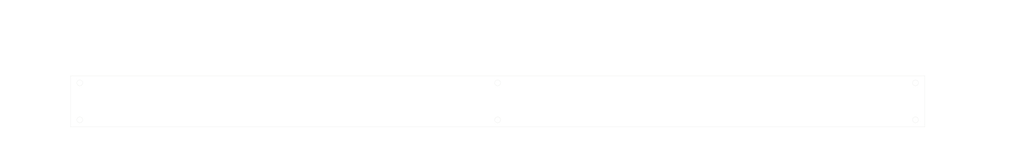
<source format=kicad_pcb>
(kicad_pcb (version 20221018) (generator pcbnew)

  (general
    (thickness 1.6)
  )

  (paper "A3")
  (title_block
    (title "GL516 Combined Back plate Dimensional drawing")
    (date "2022-01-03")
  )

  (layers
    (0 "F.Cu" signal)
    (31 "B.Cu" signal)
    (32 "B.Adhes" user "B.Adhesive")
    (33 "F.Adhes" user "F.Adhesive")
    (34 "B.Paste" user)
    (35 "F.Paste" user)
    (36 "B.SilkS" user "B.Silkscreen")
    (37 "F.SilkS" user "F.Silkscreen")
    (38 "B.Mask" user)
    (39 "F.Mask" user)
    (40 "Dwgs.User" user "User.Drawings")
    (41 "Cmts.User" user "User.Comments")
    (42 "Eco1.User" user "User.Eco1")
    (43 "Eco2.User" user "User.Eco2")
    (44 "Edge.Cuts" user)
    (45 "Margin" user)
    (46 "B.CrtYd" user "B.Courtyard")
    (47 "F.CrtYd" user "F.Courtyard")
    (48 "B.Fab" user)
    (49 "F.Fab" user)
  )

  (setup
    (pad_to_mask_clearance 0)
    (pcbplotparams
      (layerselection 0x00010fc_ffffffff)
      (plot_on_all_layers_selection 0x0000000_00000000)
      (disableapertmacros false)
      (usegerberextensions false)
      (usegerberattributes true)
      (usegerberadvancedattributes true)
      (creategerberjobfile true)
      (dashed_line_dash_ratio 12.000000)
      (dashed_line_gap_ratio 3.000000)
      (svgprecision 4)
      (plotframeref false)
      (viasonmask false)
      (mode 1)
      (useauxorigin false)
      (hpglpennumber 1)
      (hpglpenspeed 20)
      (hpglpendiameter 15.000000)
      (dxfpolygonmode true)
      (dxfimperialunits true)
      (dxfusepcbnewfont true)
      (psnegative false)
      (psa4output false)
      (plotreference true)
      (plotvalue true)
      (plotinvisibletext false)
      (sketchpadsonfab false)
      (subtractmaskfromsilk false)
      (outputformat 1)
      (mirror false)
      (drillshape 1)
      (scaleselection 1)
      (outputdirectory "")
    )
  )

  (net 0 "")

  (gr_line (start 377.75 120) (end 392.75 120)
    (stroke (width 0.15) (type solid)) (layer "Eco1.User") (tstamp 9d0bc27c-65d6-4d0c-91ec-4e6f4a2e1e1f))
  (gr_line (start 377.75 120) (end 365.027935 131.922065)
    (stroke (width 0.15) (type solid)) (layer "Eco1.User") (tstamp dd14f262-61f4-42f3-8382-df36eaa7ea98))
  (gr_line (start 45 149.4) (end 45 130)
    (stroke (width 0.05) (type solid)) (layer "Edge.Cuts") (tstamp 00000000-0000-0000-0000-000061d12d2a))
  (gr_circle (center 364.25 146.7) (end 365.35 146.7)
    (stroke (width 0.05) (type solid)) (fill none) (layer "Edge.Cuts") (tstamp 00000000-0000-0000-0000-000061d14a8b))
  (gr_line (start 367.75 149.4) (end 45 149.4)
    (stroke (width 0.05) (type solid)) (layer "Edge.Cuts") (tstamp 0142e780-91f5-4d5a-8f4b-4450ad92ff04))
  (gr_line (start 367.75 130) (end 367.75 149.4)
    (stroke (width 0.05) (type solid)) (layer "Edge.Cuts") (tstamp 393f2694-e24c-4d9f-9536-5740adf6b369))
  (gr_circle (center 364.25 132.7) (end 365.35 132.7)
    (stroke (width 0.05) (type solid)) (fill none) (layer "Edge.Cuts") (tstamp 7a7b7ca5-fbf2-4ca6-ae37-994dcaf28c7a))
  (gr_line (start 45 130) (end 367.75 130)
    (stroke (width 0.05) (type solid)) (layer "Edge.Cuts") (tstamp 8e43f014-df86-4e47-87dc-874f0aabebb5))
  (gr_circle (center 48.5 146.7) (end 49.6 146.7)
    (stroke (width 0.05) (type solid)) (fill none) (layer "Edge.Cuts") (tstamp b621e128-1244-4a54-8078-2e298e818586))
  (gr_circle (center 206.375 146.7) (end 207.475 146.7)
    (stroke (width 0.05) (type solid)) (fill none) (layer "Edge.Cuts") (tstamp cb73f590-a56d-404b-b35d-2b9294d70e47))
  (gr_circle (center 206.375 132.7) (end 207.475 132.7)
    (stroke (width 0.05) (type solid)) (fill none) (layer "Edge.Cuts") (tstamp e5c67998-4aca-4ff3-b006-31dc273bca1d))
  (gr_circle (center 48.5 132.7) (end 49.6 132.7)
    (stroke (width 0.05) (type solid)) (fill none) (layer "Edge.Cuts") (tstamp ff3741b0-613a-4126-bc92-7c852f06620b))
  (gr_line (start 56.6 132.8) (end 202.910898 132.8)
    (stroke (width 0.05) (type solid)) (layer "F.CrtYd") (tstamp 00000000-0000-0000-0000-000061d19ab1))
  (gr_line (start 356.15 132.8) (end 209.839102 132.8)
    (stroke (width 0.05) (type solid)) (layer "F.CrtYd") (tstamp 00000000-0000-0000-0000-000061d19ab2))
  (gr_arc (start 53.6 135.8) (mid 54.47868 133.67868) (end 56.6 132.8)
    (stroke (width 0.05) (type solid)) (layer "F.CrtYd") (tstamp 00000000-0000-0000-0000-000061d19abb))
  (gr_arc (start 204.556346 145.65) (mid 206.375 144.599999) (end 208.193654 145.65)
    (stroke (width 0.05) (type solid)) (layer "F.CrtYd") (tstamp 00000000-0000-0000-0000-000061d19b71))
  (gr_arc (start 204.556346 145.65) (mid 203.860898 146.345448) (end 202.910898 146.6)
    (stroke (width 0.05) (type solid)) (layer "F.CrtYd") (tstamp 00000000-0000-0000-0000-000061d19b72))
  (gr_line (start 320.35 148.6) (end 356.15 148.6)
    (stroke (width 0.05) (type solid)) (layer "F.CrtYd") (tstamp 00000000-0000-0000-0000-000061d2e937))
  (gr_arc (start 93.4 147.6) (mid 93.107107 148.307107) (end 92.4 148.6)
    (stroke (width 0.05) (type solid)) (layer "F.CrtYd") (tstamp 00000000-0000-0000-0000-000061d2e98b))
  (gr_line (start 92.4 148.6) (end 56.6 148.6)
    (stroke (width 0.05) (type solid)) (layer "F.CrtYd") (tstamp 00000000-0000-0000-0000-000061d2e98c))
  (gr_arc (start 93.4 147.6) (mid 93.692893 146.892893) (end 94.4 146.6)
    (stroke (width 0.05) (type solid)) (layer "F.CrtYd") (tstamp 00000000-0000-0000-0000-000061d2e98d))
  (gr_arc (start 209.839102 146.6) (mid 208.889102 146.345448) (end 208.193654 145.65)
    (stroke (width 0.05) (type solid)) (layer "F.CrtYd") (tstamp 00000000-0000-0000-0000-000061d2e9ee))
  (gr_arc (start 202.910898 132.8) (mid 203.860898 133.054552) (end 204.556346 133.75)
    (stroke (width 0.05) (type solid)) (layer "F.CrtYd") (tstamp 00000000-0000-0000-0000-000061d2ea16))
  (gr_arc (start 208.193654 133.75) (mid 206.375 134.800001) (end 204.556346 133.75)
    (stroke (width 0.05) (type solid)) (layer "F.CrtYd") (tstamp 00000000-0000-0000-0000-000061d2ea17))
  (gr_arc (start 208.193654 133.75) (mid 208.889102 133.054552) (end 209.839102 132.8)
    (stroke (width 0.05) (type solid)) (layer "F.CrtYd") (tstamp 00000000-0000-0000-0000-000061d2ea18))
  (gr_arc (start 318.35 146.6) (mid 319.057107 146.892893) (end 319.35 147.6)
    (stroke (width 0.05) (type solid)) (layer "F.CrtYd") (tstamp 2558039f-f2f4-429e-ade5-ec2803b368d9))
  (gr_arc (start 56.6 148.6) (mid 54.47868 147.72132) (end 53.6 145.6)
    (stroke (width 0.05) (type solid)) (layer "F.CrtYd") (tstamp 2852f6f1-99a8-4812-adbd-f565def589b7))
  (gr_line (start 359.15 135.8) (end 359.15 145.6)
    (stroke (width 0.05) (type solid)) (layer "F.CrtYd") (tstamp 312794dc-5960-40db-98e4-1dfe3f16526f))
  (gr_line (start 202.910898 146.6) (end 94.4 146.6)
    (stroke (width 0.05) (type solid)) (layer "F.CrtYd") (tstamp 3b0bcd1e-8cda-4f35-b310-d61c2d9dd880))
  (gr_line (start 53.6 145.6) (end 53.6 135.8)
    (stroke (width 0.05) (type solid)) (layer "F.CrtYd") (tstamp 41fe2380-8189-46f8-8e90-8fcd37b6eebe))
  (gr_line (start 318.35 146.6) (end 209.839102 146.6)
    (stroke (width 0.05) (type solid)) (layer "F.CrtYd") (tstamp 7e1012cf-c0c3-40b0-8fb1-98defa02e69f))
  (gr_arc (start 359.15 145.6) (mid 358.27132 147.72132) (end 356.15 148.6)
    (stroke (width 0.05) (type solid)) (layer "F.CrtYd") (tstamp 9556be80-3f63-44bf-b287-a015d4a2b251))
  (gr_arc (start 320.35 148.6) (mid 319.642893 148.307107) (end 319.35 147.6)
    (stroke (width 0.05) (type solid)) (layer "F.CrtYd") (tstamp 9e3b9135-8f27-49b9-9ebb-45e7f9ab4161))
  (gr_arc (start 356.15 132.8) (mid 358.27132 133.67868) (end 359.15 135.8)
    (stroke (width 0.05) (type solid)) (layer "F.CrtYd") (tstamp c03045fa-07c7-48f0-b8ef-2f5bf23bf65e))
  (gr_text "6-Φ2.2" (at 378.75 118.5) (layer "Eco1.User") (tstamp 09240f2c-9021-4569-872c-5664306bcd59)
    (effects (font (size 2 2) (thickness 0.2)) (justify left))
  )
  (dimension (type aligned) (layer "Eco1.User") (tstamp 03f26c7a-b51c-4b3e-9b00-aed30e4b96d2)
    (pts (xy 206.375 146.7) (xy 48.5 146.7))
    (height -12.7)
    (gr_text "157.8750 mm" (at 127.4375 157.2) (layer "Eco1.User") (tstamp 03f26c7a-b51c-4b3e-9b00-aed30e4b96d2)
      (effects (font (size 2 2) (thickness 0.2)))
    )
    (format (prefix "") (suffix "") (units 2) (units_format 1) (precision 4))
    (style (thickness 0.15) (arrow_length 1.27) (text_position_mode 0) (extension_height 0.58642) (extension_offset 0) keep_text_aligned)
  )
  (dimension (type aligned) (layer "Eco1.User") (tstamp 057d14f4-d031-40cf-b0ef-96cc0a8f4f85)
    (pts (xy 367.75 130) (xy 45 130))
    (height 25)
    (gr_text "322.7500 mm" (at 206.375 102.8) (layer "Eco1.User") (tstamp 057d14f4-d031-40cf-b0ef-96cc0a8f4f85)
      (effects (font (size 2 2) (thickness 0.2)))
    )
    (format (prefix "") (suffix "") (units 2) (units_format 1) (precision 4))
    (style (thickness 0.15) (arrow_length 1.27) (text_position_mode 0) (extension_height 0.58642) (extension_offset 0) keep_text_aligned)
  )
  (dimension (type aligned) (layer "Eco1.User") (tstamp 0cd1d536-9e33-4c0e-91fe-e66e9fdc8656)
    (pts (xy 364.25 146.7) (xy 206.375 146.7))
    (height -12.7)
    (gr_text "157.8750 mm" (at 285.3125 157.2) (layer "Eco1.User") (tstamp 0cd1d536-9e33-4c0e-91fe-e66e9fdc8656)
      (effects (font (size 2 2) (thickness 0.2)))
    )
    (format (prefix "") (suffix "") (units 2) (units_format 1) (precision 4))
    (style (thickness 0.15) (arrow_length 1.27) (text_position_mode 0) (extension_height 0.58642) (extension_offset 0) keep_text_aligned)
  )
  (dimension (type aligned) (layer "Eco1.User") (tstamp 144ede1b-509d-4382-b770-7b064c4b6b6d)
    (pts (xy 206.375 144.6) (xy 206.375 134.8))
    (height 5)
    (gr_text "9.8000 mm" (at 209.175 139.7 90) (layer "Eco1.User") (tstamp 144ede1b-509d-4382-b770-7b064c4b6b6d)
      (effects (font (size 2 2) (thickness 0.2)) (justify left))
    )
    (format (prefix "") (suffix "") (units 2) (units_format 1) (precision 4))
    (style (thickness 0.15) (arrow_length 1.27) (text_position_mode 0) (extension_height 0.58642) (extension_offset 0) keep_text_aligned)
  )
  (dimension (type aligned) (layer "Eco1.User") (tstamp 189a2ebf-dc3a-4b14-94c3-279c0ea3c585)
    (pts (xy 356.15 148.6) (xy 356.15 132.8))
    (height 36.6)
    (gr_text "15.8000 mm" (at 390.55 140.7 90) (layer "Eco1.User") (tstamp 189a2ebf-dc3a-4b14-94c3-279c0ea3c585)
      (effects (font (size 2 2) (thickness 0.2)))
    )
    (format (prefix "") (suffix "") (units 2) (units_format 1) (precision 4))
    (style (thickness 0.15) (arrow_length 1.27) (text_position_mode 0) (extension_height 0.58642) (extension_offset 0) keep_text_aligned)
  )
  (dimension (type aligned) (layer "Eco1.User") (tstamp 2adf44f7-0fac-44be-a2b5-b40e21feb9e0)
    (pts (xy 364.25 149.4) (xy 367.75 149.4))
    (height 10)
    (gr_text "3.5000 mm" (at 366 157.2) (layer "Eco1.User") (tstamp 2adf44f7-0fac-44be-a2b5-b40e21feb9e0)
      (effects (font (size 2 2) (thickness 0.2)) (justify right))
    )
    (format (prefix "") (suffix "") (units 2) (units_format 1) (precision 4))
    (style (thickness 0.15) (arrow_length 1.27) (text_position_mode 0) (extension_height 0.58642) (extension_offset 0) keep_text_aligned)
  )
  (dimension (type aligned) (layer "Eco1.User") (tstamp 31f1b7a5-efa2-4791-b7b6-e26458fd1c30)
    (pts (xy 318.35 132.8) (xy 318.35 146.6))
    (height -54.4)
    (gr_text "13.8000 mm" (at 370.55 139.7 90) (layer "Eco1.User") (tstamp 31f1b7a5-efa2-4791-b7b6-e26458fd1c30)
      (effects (font (size 2 2) (thickness 0.2)) (justify left))
    )
    (format (prefix "") (suffix "") (units 2) (units_format 1) (precision 4))
    (style (thickness 0.15) (arrow_length 1.27) (text_position_mode 0) (extension_height 0.58642) (extension_offset 0) keep_text_aligned)
  )
  (dimension (type aligned) (layer "Eco1.User") (tstamp 41c49a27-d413-44d7-bc6b-f59cf780436c)
    (pts (xy 359.15 147.6) (xy 319.35 147.6))
    (height -6.8)
    (gr_text "39.8000 mm" (at 339.25 152.2) (layer "Eco1.User") (tstamp 41c49a27-d413-44d7-bc6b-f59cf780436c)
      (effects (font (size 2 2) (thickness 0.2)))
    )
    (format (prefix "") (suffix "") (units 2) (units_format 1) (precision 4))
    (style (thickness 0.15) (arrow_length 1.27) (text_position_mode 0) (extension_height 0.58642) (extension_offset 0) keep_text_aligned)
  )
  (dimension (type aligned) (layer "Eco1.User") (tstamp 5047601a-7d9a-422d-8f30-b07ca02c9c16)
    (pts (xy 45 132.7) (xy 45 130))
    (height -5)
    (gr_text "2.7000 mm" (at 37.8 131.35 90) (layer "Eco1.User") (tstamp 5047601a-7d9a-422d-8f30-b07ca02c9c16)
      (effects (font (size 2 2) (thickness 0.2)) (justify right))
    )
    (format (prefix "") (suffix "") (units 2) (units_format 1) (precision 4))
    (style (thickness 0.15) (arrow_length 1.27) (text_position_mode 0) (extension_height 0.58642) (extension_offset 0) keep_text_aligned)
  )
  (dimension (type aligned) (layer "Eco1.User") (tstamp 509ae498-fbb4-4485-a6a4-1eec003803f5)
    (pts (xy 319.35 147.6) (xy 93.4 147.6))
    (height -6.8)
    (gr_text "225.9500 mm" (at 206.375 152.2) (layer "Eco1.User") (tstamp 509ae498-fbb4-4485-a6a4-1eec003803f5)
      (effects (font (size 2 2) (thickness 0.2)))
    )
    (format (prefix "") (suffix "") (units 2) (units_format 1) (precision 4))
    (style (thickness 0.15) (arrow_length 1.27) (text_position_mode 0) (extension_height 0.58642) (extension_offset 0) keep_text_aligned)
  )
  (dimension (type aligned) (layer "Eco1.User") (tstamp 6e66cf0d-e66f-4ee0-8ba1-47cbecc6a13e)
    (pts (xy 45 146.7) (xy 45 149.4))
    (height 5)
    (gr_text "2.7000 mm" (at 37.8 148.05 90) (layer "Eco1.User") (tstamp 6e66cf0d-e66f-4ee0-8ba1-47cbecc6a13e)
      (effects (font (size 2 2) (thickness 0.2)) (justify right))
    )
    (format (prefix "") (suffix "") (units 2) (units_format 1) (precision 4))
    (style (thickness 0.15) (arrow_length 1.27) (text_position_mode 0) (extension_height 0.58642) (extension_offset 0) keep_text_aligned)
  )
  (dimension (type aligned) (layer "Eco1.User") (tstamp 8b1b27d1-37cb-42c9-b818-bf3f5d2094f3)
    (pts (xy 53.6 130) (xy 45 130))
    (height 5)
    (gr_text "8.6000 mm" (at 49.3 122.8) (layer "Eco1.User") (tstamp 8b1b27d1-37cb-42c9-b818-bf3f5d2094f3)
      (effects (font (size 2 2) (thickness 0.2)) (justify right))
    )
    (format (prefix "") (suffix "") (units 2) (units_format 1) (precision 4))
    (style (thickness 0.15) (arrow_length 1.27) (text_position_mode 0) (extension_height 0.58642) (extension_offset 0) keep_text_aligned)
  )
  (dimension (type aligned) (layer "Eco1.User") (tstamp 9b080b55-2518-4b43-babb-33e48cde0c34)
    (pts (xy 48.5 149.4) (xy 45 149.4))
    (height -10)
    (gr_text "3.5000 mm" (at 46.75 157.2) (layer "Eco1.User") (tstamp 9b080b55-2518-4b43-babb-33e48cde0c34)
      (effects (font (size 2 2) (thickness 0.2)) (justify right))
    )
    (format (prefix "") (suffix "") (units 2) (units_format 1) (precision 4))
    (style (thickness 0.15) (arrow_length 1.27) (text_position_mode 0) (extension_height 0.58642) (extension_offset 0) keep_text_aligned)
  )
  (dimension (type aligned) (layer "Eco1.User") (tstamp 9d15b92c-34bd-4050-9bd6-9781db53ba75)
    (pts (xy 356.15 130) (xy 356.15 132.8))
    (height -16.6)
    (gr_text "2.8000 mm" (at 370.55 131.4 90) (layer "Eco1.User") (tstamp 9d15b92c-34bd-4050-9bd6-9781db53ba75)
      (effects (font (size 2 2) (thickness 0.2)) (justify left))
    )
    (format (prefix "") (suffix "") (units 2) (units_format 1) (precision 4))
    (style (thickness 0.15) (arrow_length 1.27) (text_position_mode 0) (extension_height 0.58642) (extension_offset 0) keep_text_aligned)
  )
  (dimension (type aligned) (layer "Eco1.User") (tstamp be614da9-2ef4-4ee3-bb8f-104934aab3e7)
    (pts (xy 367.75 149.4) (xy 367.75 130))
    (height 30)
    (gr_text "19.4000 mm" (at 395.55 139.7 90) (layer "Eco1.User") (tstamp be614da9-2ef4-4ee3-bb8f-104934aab3e7)
      (effects (font (size 2 2) (thickness 0.2)))
    )
    (format (prefix "") (suffix "") (units 2) (units_format 1) (precision 4))
    (style (thickness 0.15) (arrow_length 1.27) (text_position_mode 0) (extension_height 0.58642) (extension_offset 0) keep_text_aligned)
  )
  (dimension (type aligned) (layer "Eco1.User") (tstamp ca7e6cde-27e7-4266-8898-86c34b508b89)
    (pts (xy 48.5 132.7) (xy 48.5 146.7))
    (height 8.5)
    (gr_text "14.0000 mm" (at 37.8 139.7 90) (layer "Eco1.User") (tstamp ca7e6cde-27e7-4266-8898-86c34b508b89)
      (effects (font (size 2 2) (thickness 0.2)) (justify right))
    )
    (format (prefix "") (suffix "") (units 2) (units_format 1) (precision 4))
    (style (thickness 0.15) (arrow_length 1.27) (text_position_mode 0) (extension_height 0.58642) (extension_offset 0) keep_text_aligned)
  )
  (dimension (type aligned) (layer "Eco1.User") (tstamp d2ba2b5c-0ee7-4dee-ad69-b4f503b549e8)
    (pts (xy 356.15 149.4) (xy 356.15 148.6))
    (height 16.6)
    (gr_text "0.8000 mm" (at 370.55 149 90) (layer "Eco1.User") (tstamp d2ba2b5c-0ee7-4dee-ad69-b4f503b549e8)
      (effects (font (size 2 2) (thickness 0.2)) (justify left))
    )
    (format (prefix "") (suffix "") (units 2) (units_format 1) (precision 4))
    (style (thickness 0.15) (arrow_length 1.27) (text_position_mode 0) (extension_height 0.58642) (extension_offset 0) keep_text_aligned)
  )
  (dimension (type aligned) (layer "Eco1.User") (tstamp d49b1e08-dc47-49d3-95e2-b42619f53a33)
    (pts (xy 359.15 135.8) (xy 53.6 135.8))
    (height 10.8)
    (gr_text "305.5500 mm" (at 206.375 122.8) (layer "Eco1.User") (tstamp d49b1e08-dc47-49d3-95e2-b42619f53a33)
      (effects (font (size 2 2) (thickness 0.2)))
    )
    (format (prefix "") (suffix "") (units 2) (units_format 1) (precision 4))
    (style (thickness 0.15) (arrow_length 1.27) (text_position_mode 0) (extension_height 0.58642) (extension_offset 0) keep_text_aligned)
  )
  (dimension (type aligned) (layer "Eco1.User") (tstamp e6856efb-026b-4934-99da-1d71046a8285)
    (pts (xy 53.6 147.6) (xy 93.4 147.6))
    (height 6.8)
    (gr_text "39.8000 mm" (at 73.5 152.2) (layer "Eco1.User") (tstamp e6856efb-026b-4934-99da-1d71046a8285)
      (effects (font (size 2 2) (thickness 0.2)))
    )
    (format (prefix "") (suffix "") (units 2) (units_format 1) (precision 4))
    (style (thickness 0.15) (arrow_length 1.27) (text_position_mode 0) (extension_height 0.58642) (extension_offset 0) keep_text_aligned)
  )
  (dimension (type aligned) (layer "Eco1.User") (tstamp ee63a5aa-e672-4222-af27-832530cb4d68)
    (pts (xy 359.15 130) (xy 367.75 130))
    (height -5)
    (gr_text "8.6000 mm" (at 363.45 122.8) (layer "Eco1.User") (tstamp ee63a5aa-e672-4222-af27-832530cb4d68)
      (effects (font (size 2 2) (thickness 0.2)) (justify right))
    )
    (format (prefix "") (suffix "") (units 2) (units_format 1) (precision 4))
    (style (thickness 0.15) (arrow_length 1.27) (text_position_mode 0) (extension_height 0.58642) (extension_offset 0) keep_text_aligned)
  )
  (dimension (type aligned) (layer "Eco1.User") (tstamp fdf975bc-584a-421c-933b-c2cdd21453e7)
    (pts (xy 318.35 148.6) (xy 318.35 146.6))
    (height 54.4)
    (gr_text "2.0000 mm" (at 370.55 147.6 90) (layer "Eco1.User") (tstamp fdf975bc-584a-421c-933b-c2cdd21453e7)
      (effects (font (size 2 2) (thickness 0.2)) (justify left))
    )
    (format (prefix "") (suffix "") (units 2) (units_format 1) (precision 4))
    (style (thickness 0.15) (arrow_length 1.27) (text_position_mode 0) (extension_height 0.58642) (extension_offset 0) keep_text_aligned)
  )

)

</source>
